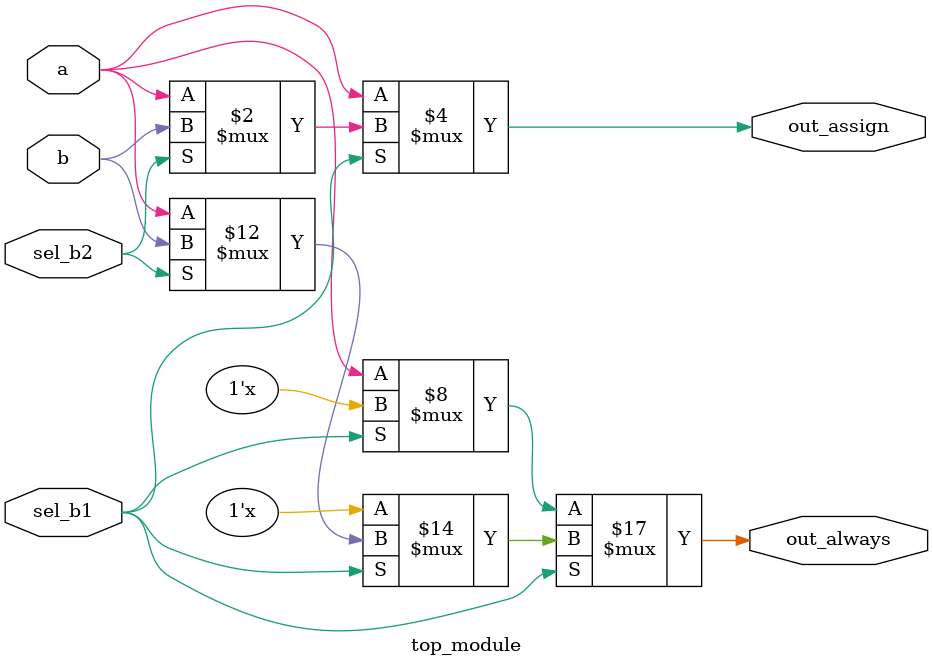
<source format=v>
module top_module(
    input a,
    input b,
    input sel_b1,
    input sel_b2,
    output wire out_assign,
    output reg out_always   );
    always @(*) begin
        if(sel_b1)
            if(sel_b2)
                out_always=b;
            else
                out_always=a;
        else
            if(sel_b2)
                out_always=a;
            else
                out_always=a;
    end
    assign out_assign=(sel_b1)?((sel_b2)?b:a):((sel_b2)?a:a);

endmodule

</source>
